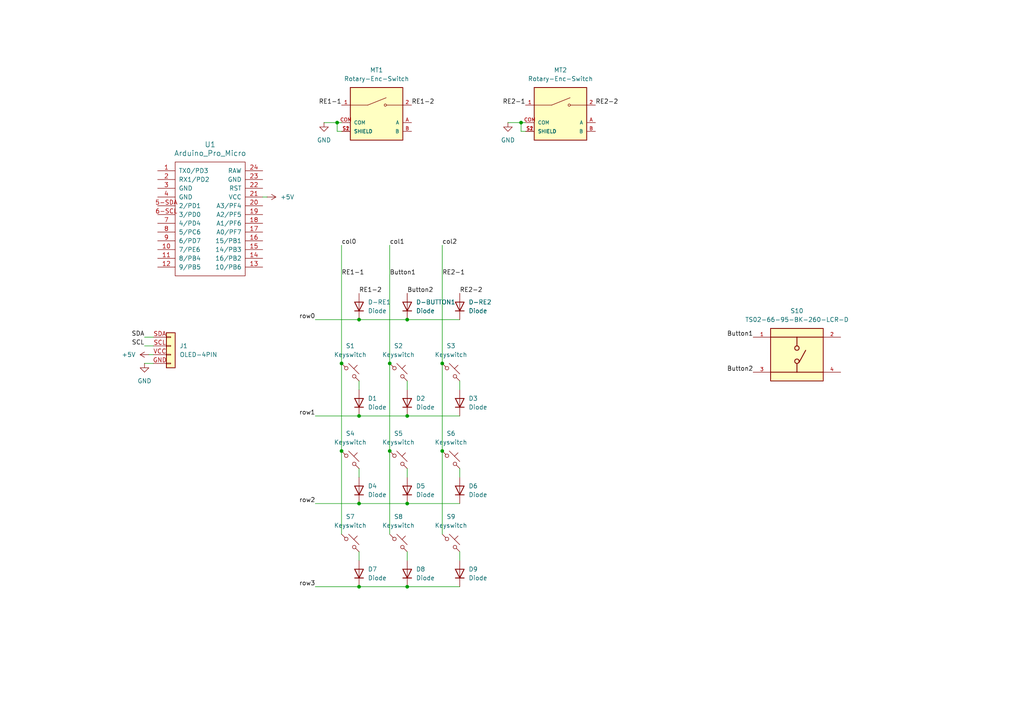
<source format=kicad_sch>
(kicad_sch (version 20250114) (generator "eeschema") (generator_version "9.0")
  (paper "A4")
  (lib_symbols
    (symbol "macropad:Diode-1N4148" (pin_numbers (hide yes)) (pin_names (hide yes))
      (property "Reference" "D" (at 0 2.54 0))
      (property "Value" "Diode" (at 0 -2.54 0))
      (symbol "Diode-1N4148_0_1"
        (polyline (pts (xy -1.27 1.27) (xy -1.27 -1.27)) (stroke (width 0.254)))
        (polyline (pts (xy 1.27 1.27) (xy 1.27 -1.27) (xy -1.27 0) (xy 1.27 1.27)) (stroke (width 0.254)))
        (polyline (pts (xy 1.27 0) (xy -1.27 0)))
      )
      (symbol "Diode-1N4148_1_1"
        (pin passive line (at -3.81 0 0) (length 2.54) (name "K") (number "1"))
        (pin passive line (at 3.81 0 180) (length 2.54) (name "A") (number "2"))
      )
    )
    (symbol "macropad:Keyswitch" (pin_numbers (hide yes)) (pin_names (offset 1.016) (hide yes))
      (property "Reference" "S" (at 3.048 1.016 0))
      (property "Value" "Keyswitch" (at 0 -3.81 0))
      (symbol "Keyswitch_0_1"
        (polyline (pts (xy -2.54 2.54) (xy -1.524 1.524) (xy -1.524 1.524)))
        (circle (center -1.1684 1.1684) (radius 0.508))
        (polyline (pts (xy -0.508 2.54) (xy 2.54 -0.508)))
        (polyline (pts (xy 1.016 1.016) (xy 2.032 2.032)))
        (circle (center 1.143 -1.1938) (radius 0.508))
        (polyline (pts (xy 1.524 -1.524) (xy 2.54 -2.54) (xy 2.54 -2.54) (xy 2.54 -2.54)))
        (pin passive line (at -2.54 2.54 0) (length 0) (name "1") (number "1"))
        (pin passive line (at 2.54 -2.54 180) (length 0) (name "2") (number "2"))
      )
    )
    (symbol "macropad:MCU_Pro_Micro" (pin_names (offset 1.016))
      (property "Reference" "U" (at 0 0 0))
      (property "Value" "Arduino_Pro_Micro" (at 0 -19.05 0))
      (symbol "MCU_Pro_Micro_0_1"
        (rectangle (start -10.16 16.51) (end 10.16 -16.51))
      )
      (symbol "MCU_Pro_Micro_1_1"
        (pin input line (at -15.24 13.97 0) (length 5.08) (name "TX0/PD3") (number "1"))
        (pin input line (at -15.24 11.43 0) (length 5.08) (name "RX1/PD2") (number "2"))
        (pin input line (at -15.24 8.89 0) (length 5.08) (name "GND") (number "3"))
        (pin input line (at -15.24 6.35 0) (length 5.08) (name "GND") (number "4"))
        (pin input line (at -15.24 3.81 0) (length 5.08) (name "2/PD1") (number "5-SDA"))
        (pin input line (at -15.24 1.27 0) (length 5.08) (name "3/PD0") (number "6-SCL"))
        (pin input line (at -15.24 -1.27 0) (length 5.08) (name "4/PD4") (number "7"))
        (pin input line (at -15.24 -3.81 0) (length 5.08) (name "5/PC6") (number "8"))
        (pin input line (at -15.24 -6.35 0) (length 5.08) (name "6/PD7") (number "9"))
        (pin input line (at -15.24 -8.89 0) (length 5.08) (name "7/PE6") (number "10"))
        (pin input line (at -15.24 -11.43 0) (length 5.08) (name "8/PB4") (number "11"))
        (pin input line (at -15.24 -13.97 0) (length 5.08) (name "9/PB5") (number "12"))
        (pin input line (at 15.24 13.97 180) (length 5.08) (name "RAW") (number "24"))
        (pin input line (at 15.24 11.43 180) (length 5.08) (name "GND") (number "23"))
        (pin input line (at 15.24 8.89 180) (length 5.08) (name "RST") (number "22"))
        (pin input line (at 15.24 6.35 180) (length 5.08) (name "VCC") (number "21"))
        (pin input line (at 15.24 3.81 180) (length 5.08) (name "A3/PF4") (number "20"))
        (pin input line (at 15.24 1.27 180) (length 5.08) (name "A2/PF5") (number "19"))
        (pin input line (at 15.24 -1.27 180) (length 5.08) (name "A1/PF6") (number "18"))
        (pin input line (at 15.24 -3.81 180) (length 5.08) (name "A0/PF7") (number "17"))
        (pin input line (at 15.24 -6.35 180) (length 5.08) (name "15/PB1") (number "16"))
        (pin input line (at 15.24 -8.89 180) (length 5.08) (name "14/PB3") (number "15"))
        (pin input line (at 15.24 -11.43 180) (length 5.08) (name "16/PB2") (number "14"))
        (pin input line (at 15.24 -13.97 180) (length 5.08) (name "10/PB6") (number "13"))
      )
    )
    (symbol "macropad:OLED-4PIN" (pin_names (offset 1.016) (hide yes))
      (property "Reference" "J" (at 0 5.08 0))
      (property "Value" "OLED-4PIN" (at 0 -7.62 0))
      (symbol "OLED-4PIN_1_1"
        (rectangle (start -1.27 3.81) (end 1.27 -6.35) (stroke (width 0.254)) (fill (type background)))
        (rectangle (start -1.27 2.667) (end 0 2.413) (stroke (width 0.1524)))
        (rectangle (start -1.27 0.127) (end 0 -0.127) (stroke (width 0.1524)))
        (rectangle (start -1.27 -2.413) (end 0 -2.667) (stroke (width 0.1524)))
        (rectangle (start -1.27 -4.953) (end 0 -5.207) (stroke (width 0.1524)))
        (pin bidirectional line (at -5.08 2.54 0) (length 3.81) (name "SDA") (number "SDA"))
        (pin bidirectional line (at -5.08 0 0) (length 3.81) (name "SCL") (number "SCL"))
        (pin power_in line (at -5.08 -2.54 0) (length 3.81) (name "VCC") (number "VCC"))
        (pin power_in line (at -5.08 -5.08 0) (length 3.81) (name "GND") (number "GND"))
      )
    )
    (symbol "macropad:Rotary-Enc-Switch" (pin_names (offset 1.016))
      (property "Reference" "MT" (at -7.62 8.89 0))
      (property "Value" "Rotary-Enc-Switch" (at -7.62 -8.89 0))
      (symbol "Rotary-Enc-Switch_0_0"
        (rectangle (start -7.62 -7.62) (end 7.62 7.62) (stroke (width 0.254)) (fill (type background)))
        (polyline (pts (xy -2.54 2.54) (xy -7.62 2.54)) (stroke (width 0.1524)))
        (polyline (pts (xy -2.54 2.54) (xy 2.794 4.6736)) (stroke (width 0.1524)))
        (circle (center 2.54 2.54) (radius 0.3302) (stroke (width 0.1524)))
        (polyline (pts (xy 7.62 2.54) (xy 2.921 2.54)) (stroke (width 0.1524)))
        (pin passive line (at -10.16 2.54 0) (length 2.54) (name "~") (number "1"))
        (pin passive line (at -10.16 -2.54 0) (length 2.54) (name "COM") (number "COM"))
        (pin passive line (at -10.16 -5.08 0) (length 2.54) (name "SHIELD") (number "S1"))
        (pin passive line (at -10.16 -5.08 0) (length 2.54) (name "SHIELD") (number "S2"))
        (pin passive line (at 10.16 2.54 180) (length 2.54) (name "~") (number "2"))
        (pin passive line (at 10.16 -2.54 180) (length 2.54) (name "A") (number "A"))
        (pin passive line (at 10.16 -5.08 180) (length 2.54) (name "B") (number "B"))
      )
    )
    (symbol "macropad:TS02-66-95-BK-260-LCR-D" (pin_names (offset 1.016))
      (property "Reference" "S" (at -7.62 8.382 0))
      (property "Value" "TS02-66-95-BK-260-LCR-D" (at -7.62 -8.382 0))
      (symbol "TS02-66-95-BK-260-LCR-D_0_0"
        (rectangle (start -7.62 -7.62) (end 7.62 7.62) (stroke (width 0.254)) (fill (type background)))
        (polyline (pts (xy 0 5.08) (xy -7.62 5.08)) (stroke (width 0.254)))
        (polyline (pts (xy 0 5.08) (xy 0 2.54)) (stroke (width 0.254)))
        (polyline (pts (xy 0 5.08) (xy 7.62 5.08)) (stroke (width 0.254)))
        (circle (center 0 1.905) (radius 0.635) (stroke (width 0.254)))
        (circle (center 0 -1.905) (radius 0.635) (stroke (width 0.254)))
        (polyline (pts (xy 0 -2.54) (xy 0 -5.08)) (stroke (width 0.254)))
        (polyline (pts (xy 0 -5.08) (xy -7.62 -5.08)) (stroke (width 0.254)))
        (polyline (pts (xy 0 -5.08) (xy 7.62 -5.08)) (stroke (width 0.254)))
        (polyline (pts (xy 0.635 -2.2225) (xy 2.54 1.27)) (stroke (width 0.254)))
        (pin passive line (at -12.7 5.08 0) (length 5.08) (name "~") (number "1"))
        (pin passive line (at -12.7 -5.08 0) (length 5.08) (name "~") (number "3"))
        (pin passive line (at 12.7 5.08 180) (length 5.08) (name "~") (number "2"))
        (pin passive line (at 12.7 -5.08 180) (length 5.08) (name "~") (number "4"))
      )
    )
    (symbol "power:+5V" (power) (pin_numbers (hide yes)) (pin_names (offset 0) (hide yes))
      (property "Value" "+5V" (at 0 3.556 0))
      (symbol "+5V_0_1"
        (polyline (pts (xy -0.762 1.27) (xy 0 2.54)))
        (polyline (pts (xy 0 2.54) (xy 0.762 1.27)))
        (polyline (pts (xy 0 0) (xy 0 2.54)))
      )
      (symbol "+5V_1_1"
        (pin power_in line (at 0 0 90) (length 0) (name "~") (number "1"))
      )
    )
    (symbol "power:GND" (power) (pin_numbers (hide yes)) (pin_names (offset 0) (hide yes))
      (property "Value" "GND" (at 0 -3.81 0))
      (symbol "GND_0_1"
        (polyline (pts (xy 0 0) (xy 0 -1.27) (xy 1.27 -1.27) (xy 0 -2.54) (xy -1.27 -1.27) (xy 0 -1.27)))
      )
      (symbol "GND_1_1"
        (pin power_in line (at 0 0 270) (length 0) (name "~") (number "1"))
      )
    )
  )
  (junction (at 118.11 120.65))
  (junction (at 118.11 92.71))
  (junction (at 118.11 146.05))
  (junction (at 113.03 130.81))
  (junction (at 99.06 105.41))
  (junction (at 113.03 105.41))
  (junction (at 104.14 170.18))
  (junction (at 104.14 120.65))
  (junction (at 151.13 35.56))
  (junction (at 104.14 92.71))
  (junction (at 118.11 170.18))
  (junction (at 97.79 35.56))
  (junction (at 99.06 130.81))
  (junction (at 128.27 105.41))
  (junction (at 104.14 146.05))
  (junction (at 128.27 130.81))
  (wire (pts (xy 91.44 120.65) (xy 104.14 120.65)))
  (wire (pts (xy 41.91 100.33) (xy 44.45 100.33)))
  (wire (pts (xy 76.2 57.15) (xy 77.47 57.15)))
  (wire (pts (xy 99.06 130.81) (xy 99.06 154.94)))
  (wire (pts (xy 104.14 135.89) (xy 104.14 138.43)))
  (wire (pts (xy 104.14 110.49) (xy 104.14 113.03)))
  (wire (pts (xy 118.11 160.02) (xy 118.11 162.56)))
  (wire (pts (xy 151.13 38.1) (xy 151.13 35.56)))
  (wire (pts (xy 118.11 110.49) (xy 118.11 113.03)))
  (wire (pts (xy 41.91 105.41) (xy 44.45 105.41)))
  (wire (pts (xy 118.11 92.71) (xy 133.35 92.71)))
  (wire (pts (xy 113.03 71.12) (xy 113.03 105.41)))
  (wire (pts (xy 97.79 38.1) (xy 97.79 35.56)))
  (wire (pts (xy 99.06 105.41) (xy 99.06 130.81)))
  (wire (pts (xy 118.11 146.05) (xy 133.35 146.05)))
  (wire (pts (xy 118.11 135.89) (xy 118.11 138.43)))
  (wire (pts (xy 41.91 97.79) (xy 44.45 97.79)))
  (wire (pts (xy 147.32 35.56) (xy 151.13 35.56)))
  (wire (pts (xy 133.35 110.49) (xy 133.35 113.03)))
  (wire (pts (xy 104.14 92.71) (xy 118.11 92.71)))
  (wire (pts (xy 128.27 105.41) (xy 128.27 130.81)))
  (wire (pts (xy 91.44 146.05) (xy 104.14 146.05)))
  (wire (pts (xy 113.03 105.41) (xy 113.03 130.81)))
  (wire (pts (xy 91.44 92.71) (xy 104.14 92.71)))
  (wire (pts (xy 104.14 160.02) (xy 104.14 162.56)))
  (wire (pts (xy 133.35 160.02) (xy 133.35 162.56)))
  (wire (pts (xy 118.11 170.18) (xy 133.35 170.18)))
  (wire (pts (xy 97.79 35.56) (xy 99.06 35.56)))
  (wire (pts (xy 104.14 170.18) (xy 118.11 170.18)))
  (wire (pts (xy 152.4 38.1) (xy 151.13 38.1)))
  (wire (pts (xy 104.14 146.05) (xy 118.11 146.05)))
  (wire (pts (xy 44.45 102.87) (xy 43.18 102.87)))
  (wire (pts (xy 133.35 135.89) (xy 133.35 138.43)))
  (wire (pts (xy 104.14 120.65) (xy 118.11 120.65)))
  (wire (pts (xy 93.98 35.56) (xy 97.79 35.56)))
  (wire (pts (xy 99.06 71.12) (xy 99.06 105.41)))
  (wire (pts (xy 118.11 120.65) (xy 133.35 120.65)))
  (wire (pts (xy 113.03 130.81) (xy 113.03 154.94)))
  (wire (pts (xy 128.27 130.81) (xy 128.27 154.94)))
  (wire (pts (xy 128.27 71.12) (xy 128.27 105.41)))
  (wire (pts (xy 97.79 38.1) (xy 99.06 38.1)))
  (wire (pts (xy 91.44 170.18) (xy 104.14 170.18)))
  (wire (pts (xy 151.13 35.56) (xy 152.4 35.56)))
  (label "RE2-1" (at 128.27 80.01 0))
  (label "row1" (at 91.44 120.65 180))
  (label "RE2-2" (at 133.35 85.09 0))
  (label "row0" (at 91.44 92.71 180))
  (label "RE1-1" (at 99.06 30.48 180))
  (label "row3" (at 91.44 170.18 180))
  (label "col0" (at 99.06 71.12 0))
  (label "col1" (at 113.03 71.12 0))
  (label "RE2-2" (at 172.72 30.48 0))
  (label "Button2" (at 218.44 107.95 180))
  (label "RE1-2" (at 119.38 30.48 0))
  (label "RE2-1" (at 152.4 30.48 180))
  (label "RE1-1" (at 99.06 80.01 0))
  (label "Button2" (at 118.11 85.09 0))
  (label "Button1" (at 218.44 97.79 180))
  (label "row2" (at 91.44 146.05 180))
  (label "Button1" (at 113.03 80.01 0))
  (label "SCL" (at 41.91 100.33 180))
  (label "col2" (at 128.27 71.12 0))
  (label "RE1-2" (at 104.14 85.09 0))
  (label "SDA" (at 41.91 97.79 180))
  (symbol (lib_id "macropad:Diode-1N4148") (at 118.11 116.84 90) (unit 1)
    (property "Reference" "D2" (at 120.65 115.5699 90) (effects (justify right)))
    (property "Value" "Diode" (at 120.65 118.1099 90) (effects (justify right)))
    (property "Footprint" "Diode_THT:D_DO-41_SOD81_P10.16mm_Horizontal" (effects (hide yes)))
    (property "Datasheet" "http://www.vishay.com/docs/88503/1n4001.pdf" (effects (hide yes)))
    (property "Description" "50V 1A General Purpose Rectifier Diode, DO-41" (effects (hide yes)))
    (property "Sim.Device" "D" (effects (hide yes)))
    (property "Sim.Pins" "1=K 2=A" (effects (hide yes)))
  )
  (symbol (lib_id "macropad:Diode-1N4148") (at 133.35 142.24 90) (unit 1)
    (property "Reference" "D6" (at 135.89 140.9699 90) (effects (justify right)))
    (property "Value" "Diode" (at 135.89 143.5099 90) (effects (justify right)))
    (property "Footprint" "Diode_THT:D_DO-41_SOD81_P10.16mm_Horizontal" (effects (hide yes)))
    (property "Datasheet" "http://www.vishay.com/docs/88503/1n4001.pdf" (effects (hide yes)))
    (property "Description" "50V 1A General Purpose Rectifier Diode, DO-41" (effects (hide yes)))
    (property "Sim.Device" "D" (effects (hide yes)))
    (property "Sim.Pins" "1=K 2=A" (effects (hide yes)))
  )
  (symbol (lib_id "macropad:Diode-1N4148") (at 118.11 142.24 90) (unit 1)
    (property "Reference" "D5" (at 120.65 140.9699 90) (effects (justify right)))
    (property "Value" "Diode" (at 120.65 143.5099 90) (effects (justify right)))
    (property "Footprint" "Diode_THT:D_DO-41_SOD81_P10.16mm_Horizontal" (effects (hide yes)))
    (property "Datasheet" "http://www.vishay.com/docs/88503/1n4001.pdf" (effects (hide yes)))
    (property "Description" "50V 1A General Purpose Rectifier Diode, DO-41" (effects (hide yes)))
    (property "Sim.Device" "D" (effects (hide yes)))
    (property "Sim.Pins" "1=K 2=A" (effects (hide yes)))
  )
  (symbol (lib_id "macropad:Diode-1N4148") (at 133.35 88.9 90) (unit 1)
    (property "Reference" "D-RE2" (at 135.89 87.6299 90) (effects (justify right)))
    (property "Value" "Diode" (at 135.89 90.1699 90) (effects (justify right)))
    (property "Footprint" "Diode_THT:D_DO-41_SOD81_P10.16mm_Horizontal" (effects (hide yes)))
    (property "Datasheet" "http://www.vishay.com/docs/88503/1n4001.pdf" (effects (hide yes)))
    (property "Description" "50V 1A General Purpose Rectifier Diode, DO-41" (effects (hide yes)))
    (property "Sim.Device" "D" (effects (hide yes)))
    (property "Sim.Pins" "1=K 2=A" (effects (hide yes)))
  )
  (symbol (lib_id "macropad:Keyswitch") (at 101.6 157.48 0) (unit 1)
    (property "Reference" "S7" (at 101.6 149.86 0))
    (property "Value" "Keyswitch" (at 101.6 152.4 0))
    (property "Footprint" "macropad:MX_PCB_1.00u" (effects (hide yes)))
    (property "Description" "Push button switch, normally open, two pins, 45° tilted" (effects (hide yes)))
  )
  (symbol (lib_id "macropad:Diode-1N4148") (at 118.11 166.37 90) (unit 1)
    (property "Reference" "D8" (at 120.65 165.0999 90) (effects (justify right)))
    (property "Value" "Diode" (at 120.65 167.6399 90) (effects (justify right)))
    (property "Footprint" "Diode_THT:D_DO-41_SOD81_P10.16mm_Horizontal" (effects (hide yes)))
    (property "Datasheet" "http://www.vishay.com/docs/88503/1n4001.pdf" (effects (hide yes)))
    (property "Description" "50V 1A General Purpose Rectifier Diode, DO-41" (effects (hide yes)))
    (property "Sim.Device" "D" (effects (hide yes)))
    (property "Sim.Pins" "1=K 2=A" (effects (hide yes)))
  )
  (symbol (lib_id "power:+5V") (at 43.18 102.87 90) (unit 1)
    (property "Reference" "#PWR01" (effects (hide yes)))
    (property "Value" "+5V" (at 39.37 102.8701 90) (effects (justify left)))
    (property "Description" "Power symbol creates a global label with name \"+5V\"" (effects (hide yes)))
  )
  (symbol (lib_id "macropad:Keyswitch") (at 130.81 107.95 0) (unit 1)
    (property "Reference" "S3" (at 130.81 100.33 0))
    (property "Value" "Keyswitch" (at 130.81 102.87 0))
    (property "Footprint" "macropad:MX_PCB_1.00u" (effects (hide yes)))
    (property "Description" "Push button switch, normally open, two pins, 45° tilted" (effects (hide yes)))
  )
  (symbol (lib_id "macropad:Keyswitch") (at 101.6 133.35 0) (unit 1)
    (property "Reference" "S4" (at 101.6 125.73 0))
    (property "Value" "Keyswitch" (at 101.6 128.27 0))
    (property "Footprint" "macropad:MX_PCB_1.00u" (effects (hide yes)))
    (property "Description" "Push button switch, normally open, two pins, 45° tilted" (effects (hide yes)))
  )
  (symbol (lib_id "macropad:Keyswitch") (at 130.81 157.48 0) (unit 1)
    (property "Reference" "S9" (at 130.81 149.86 0))
    (property "Value" "Keyswitch" (at 130.81 152.4 0))
    (property "Footprint" "macropad:MX_PCB_1.00u" (effects (hide yes)))
    (property "Description" "Push button switch, normally open, two pins, 45° tilted" (effects (hide yes)))
  )
  (symbol (lib_id "macropad:Keyswitch") (at 115.57 157.48 0) (unit 1)
    (property "Reference" "S8" (at 115.57 149.86 0))
    (property "Value" "Keyswitch" (at 115.57 152.4 0))
    (property "Footprint" "macropad:MX_PCB_1.00u" (effects (hide yes)))
    (property "Description" "Push button switch, normally open, two pins, 45° tilted" (effects (hide yes)))
  )
  (symbol (lib_id "macropad:Diode-1N4148") (at 104.14 166.37 90) (unit 1)
    (property "Reference" "D7" (at 106.68 165.0999 90) (effects (justify right)))
    (property "Value" "Diode" (at 106.68 167.6399 90) (effects (justify right)))
    (property "Footprint" "Diode_THT:D_DO-41_SOD81_P10.16mm_Horizontal" (effects (hide yes)))
    (property "Datasheet" "http://www.vishay.com/docs/88503/1n4001.pdf" (effects (hide yes)))
    (property "Description" "50V 1A General Purpose Rectifier Diode, DO-41" (effects (hide yes)))
    (property "Sim.Device" "D" (effects (hide yes)))
    (property "Sim.Pins" "1=K 2=A" (effects (hide yes)))
  )
  (symbol (lib_id "macropad:MCU_Pro_Micro") (at 60.96 63.5 0) (unit 1)
    (property "Reference" "U1" (at 60.96 41.91 0) (effects (font (size 1.524 1.524))))
    (property "Value" "Arduino_Pro_Micro" (at 60.96 44.45 0) (effects (font (size 1.524 1.524))))
    (property "Footprint" "macropad:Arduino_Pro_Micro" (effects (hide yes)))
  )
  (symbol (lib_id "macropad:Diode-1N4148") (at 133.35 116.84 90) (unit 1)
    (property "Reference" "D3" (at 135.89 115.5699 90) (effects (justify right)))
    (property "Value" "Diode" (at 135.89 118.1099 90) (effects (justify right)))
    (property "Footprint" "Diode_THT:D_DO-41_SOD81_P10.16mm_Horizontal" (effects (hide yes)))
    (property "Datasheet" "http://www.vishay.com/docs/88503/1n4001.pdf" (effects (hide yes)))
    (property "Description" "50V 1A General Purpose Rectifier Diode, DO-41" (effects (hide yes)))
    (property "Sim.Device" "D" (effects (hide yes)))
    (property "Sim.Pins" "1=K 2=A" (effects (hide yes)))
  )
  (symbol (lib_id "macropad:Keyswitch") (at 115.57 107.95 0) (unit 1)
    (property "Reference" "S2" (at 115.57 100.33 0))
    (property "Value" "Keyswitch" (at 115.57 102.87 0))
    (property "Footprint" "macropad:MX_PCB_1.00u" (effects (hide yes)))
    (property "Description" "Push button switch, normally open, two pins, 45° tilted" (effects (hide yes)))
  )
  (symbol (lib_id "macropad:Keyswitch") (at 115.57 133.35 0) (unit 1)
    (property "Reference" "S5" (at 115.57 125.73 0))
    (property "Value" "Keyswitch" (at 115.57 128.27 0))
    (property "Footprint" "macropad:MX_PCB_1.00u" (effects (hide yes)))
    (property "Description" "Push button switch, normally open, two pins, 45° tilted" (effects (hide yes)))
  )
  (symbol (lib_id "macropad:Rotary-Enc-Switch") (at 109.22 33.02 0) (unit 1)
    (property "Reference" "MT1" (at 109.22 20.32 0))
    (property "Value" "Rotary-Enc-Switch" (at 109.22 22.86 0))
    (property "Footprint" "macropad:XDCR_PEC11R-4215F-S0024" (effects (hide yes)))
    (property "MF" "Bourns Electronics" (effects (hide yes)))
    (property "MAXIMUM_PACKAGE_HEIGHT" "21.5 mm" (effects (hide yes)))
    (property "Package" "None" (effects (hide yes)))
    (property "Price" "None" (effects (hide yes)))
    (property "Check_prices" "https://www.snapeda.com/parts/PEC11R4215FS0024/Bourns/view-part/?ref=eda" (effects (hide yes)))
    (property "STANDARD" "Manufacturer Recommendations" (effects (hide yes)))
    (property "PARTREV" "Rev. 09/19" (effects (hide yes)))
    (property "SnapEDA_Link" "https://www.snapeda.com/parts/PEC11R4215FS0024/Bourns/view-part/?ref=snap" (effects (hide yes)))
    (property "MP" "PEC11R4215FS0024" (effects (hide yes)))
    (property "Description_1" "Mechanical Encoder Rotary Incremental Flat 0.007 Straight Quadrature Digital Square Wave 24PPR Through Hole PC Pin" (effects (hide yes)))
    (property "Availability" "In Stock" (effects (hide yes)))
    (property "MANUFACTURER" "J.W.Miller/Bourns" (effects (hide yes)))
  )
  (symbol (lib_id "macropad:Rotary-Enc-Switch") (at 162.56 33.02 0) (unit 1)
    (property "Reference" "MT2" (at 162.56 20.32 0))
    (property "Value" "Rotary-Enc-Switch" (at 162.56 22.86 0))
    (property "Footprint" "macropad:XDCR_PEC11R-4215F-S0024" (effects (hide yes)))
    (property "MF" "Bourns Electronics" (effects (hide yes)))
    (property "MAXIMUM_PACKAGE_HEIGHT" "21.5 mm" (effects (hide yes)))
    (property "Package" "None" (effects (hide yes)))
    (property "Price" "None" (effects (hide yes)))
    (property "Check_prices" "https://www.snapeda.com/parts/PEC11R4215FS0024/Bourns/view-part/?ref=eda" (effects (hide yes)))
    (property "STANDARD" "Manufacturer Recommendations" (effects (hide yes)))
    (property "PARTREV" "Rev. 09/19" (effects (hide yes)))
    (property "SnapEDA_Link" "https://www.snapeda.com/parts/PEC11R4215FS0024/Bourns/view-part/?ref=snap" (effects (hide yes)))
    (property "MP" "PEC11R4215FS0024" (effects (hide yes)))
    (property "Description_1" "Mechanical Encoder Rotary Incremental Flat 0.007 Straight Quadrature Digital Square Wave 24PPR Through Hole PC Pin" (effects (hide yes)))
    (property "Availability" "In Stock" (effects (hide yes)))
    (property "MANUFACTURER" "J.W.Miller/Bourns" (effects (hide yes)))
  )
  (symbol (lib_id "power:GND") (at 41.91 105.41 0) (unit 1)
    (property "Reference" "#PWR02" (effects (hide yes)))
    (property "Value" "GND" (at 41.91 110.49 0))
    (property "Description" "Power symbol creates a global label with name \"GND\" , ground" (effects (hide yes)))
  )
  (symbol (lib_id "power:GND") (at 147.32 35.56 0) (unit 1)
    (property "Reference" "#PWR03" (effects (hide yes)))
    (property "Value" "GND" (at 147.32 40.64 0))
    (property "Description" "Power symbol creates a global label with name \"GND\" , ground" (effects (hide yes)))
  )
  (symbol (lib_id "macropad:OLED-4PIN") (at 49.53 100.33 0) (unit 1)
    (property "Reference" "J1" (at 52.07 100.3299 0) (effects (justify left)))
    (property "Value" "OLED-4PIN" (at 52.07 102.8699 0) (effects (justify left)))
    (property "Footprint" "macropad:OLED_128x32" (effects (hide yes)))
    (property "Description" "Generic connector, single row, 01x04, script generated (kicad-library-utils/schlib/autogen/connector/)" (effects (hide yes)))
  )
  (symbol (lib_id "macropad:Keyswitch") (at 130.81 133.35 0) (unit 1)
    (property "Reference" "S6" (at 130.81 125.73 0))
    (property "Value" "Keyswitch" (at 130.81 128.27 0))
    (property "Footprint" "macropad:MX_PCB_1.00u" (effects (hide yes)))
    (property "Description" "Push button switch, normally open, two pins, 45° tilted" (effects (hide yes)))
  )
  (symbol (lib_id "macropad:Diode-1N4148") (at 104.14 88.9 90) (unit 1)
    (property "Reference" "D-RE1" (at 106.68 87.6299 90) (effects (justify right)))
    (property "Value" "Diode" (at 106.68 90.1699 90) (effects (justify right)))
    (property "Footprint" "Diode_THT:D_DO-41_SOD81_P10.16mm_Horizontal" (effects (hide yes)))
    (property "Datasheet" "http://www.vishay.com/docs/88503/1n4001.pdf" (effects (hide yes)))
    (property "Description" "50V 1A General Purpose Rectifier Diode, DO-41" (effects (hide yes)))
    (property "Sim.Device" "D" (effects (hide yes)))
    (property "Sim.Pins" "1=K 2=A" (effects (hide yes)))
  )
  (symbol (lib_id "macropad:Keyswitch") (at 101.6 107.95 0) (unit 1)
    (property "Reference" "S1" (at 101.6 100.33 0))
    (property "Value" "Keyswitch" (at 101.6 102.87 0))
    (property "Footprint" "macropad:MX_PCB_1.00u" (effects (hide yes)))
    (property "Description" "Push button switch, normally open, two pins, 45° tilted" (effects (hide yes)))
  )
  (symbol (lib_id "power:GND") (at 93.98 35.56 0) (unit 1)
    (property "Reference" "#PWR05" (effects (hide yes)))
    (property "Value" "GND" (at 93.98 40.64 0))
    (property "Description" "Power symbol creates a global label with name \"GND\" , ground" (effects (hide yes)))
  )
  (symbol (lib_id "power:+5V") (at 77.47 57.15 270) (unit 1)
    (property "Reference" "#PWR04" (effects (hide yes)))
    (property "Value" "+5V" (at 81.28 57.1499 90) (effects (justify left)))
    (property "Description" "Power symbol creates a global label with name \"+5V\"" (effects (hide yes)))
  )
  (symbol (lib_id "macropad:Diode-1N4148") (at 104.14 116.84 90) (unit 1)
    (property "Reference" "D1" (at 106.68 115.5699 90) (effects (justify right)))
    (property "Value" "Diode" (at 106.68 118.1099 90) (effects (justify right)))
    (property "Footprint" "Diode_THT:D_DO-41_SOD81_P10.16mm_Horizontal" (effects (hide yes)))
    (property "Datasheet" "http://www.vishay.com/docs/88503/1n4001.pdf" (effects (hide yes)))
    (property "Description" "50V 1A General Purpose Rectifier Diode, DO-41" (effects (hide yes)))
    (property "Sim.Device" "D" (effects (hide yes)))
    (property "Sim.Pins" "1=K 2=A" (effects (hide yes)))
  )
  (symbol (lib_id "macropad:Diode-1N4148") (at 133.35 166.37 90) (unit 1)
    (property "Reference" "D9" (at 135.89 165.0999 90) (effects (justify right)))
    (property "Value" "Diode" (at 135.89 167.6399 90) (effects (justify right)))
    (property "Footprint" "Diode_THT:D_DO-41_SOD81_P10.16mm_Horizontal" (effects (hide yes)))
    (property "Datasheet" "http://www.vishay.com/docs/88503/1n4001.pdf" (effects (hide yes)))
    (property "Description" "50V 1A General Purpose Rectifier Diode, DO-41" (effects (hide yes)))
    (property "Sim.Device" "D" (effects (hide yes)))
    (property "Sim.Pins" "1=K 2=A" (effects (hide yes)))
  )
  (symbol (lib_id "macropad:Diode-1N4148") (at 118.11 88.9 90) (unit 1)
    (property "Reference" "D-BUTTON1" (at 120.65 87.6299 90) (effects (justify right)))
    (property "Value" "Diode" (at 120.65 90.1699 90) (effects (justify right)))
    (property "Footprint" "Diode_THT:D_DO-41_SOD81_P10.16mm_Horizontal" (effects (hide yes)))
    (property "Datasheet" "http://www.vishay.com/docs/88503/1n4001.pdf" (effects (hide yes)))
    (property "Description" "50V 1A General Purpose Rectifier Diode, DO-41" (effects (hide yes)))
    (property "Sim.Device" "D" (effects (hide yes)))
    (property "Sim.Pins" "1=K 2=A" (effects (hide yes)))
  )
  (symbol (lib_id "macropad:TS02-66-95-BK-260-LCR-D") (at 231.14 102.87 0) (unit 1)
    (property "Reference" "S10" (at 231.14 90.17 0))
    (property "Value" "TS02-66-95-BK-260-LCR-D" (at 231.14 92.71 0))
    (property "Footprint" "macropad:SW_TS02-66-95-BK-260-LCR-D" (effects (hide yes)))
    (property "MF" "Same Sky" (effects (hide yes)))
    (property "Description_1" "6 x 6 mm, 9.5 mm Actuator Height, 260 gf, Black, Long Crimped, Through Hole, SPST, Tactile Switch" (effects (hide yes)))
    (property "Package" "None" (effects (hide yes)))
    (property "Price" "None" (effects (hide yes)))
    (property "Check_prices" "https://www.snapeda.com/parts/TS02-66-95-BK-260-LCR-D/Same+Sky/view-part/?ref=eda" (effects (hide yes)))
    (property "STANDARD" "Manufacturer Recommendations" (effects (hide yes)))
    (property "PARTREV" "1.0" (effects (hide yes)))
    (property "SnapEDA_Link" "https://www.snapeda.com/parts/TS02-66-95-BK-260-LCR-D/Same+Sky/view-part/?ref=snap" (effects (hide yes)))
    (property "MP" "TS02-66-95-BK-260-LCR-D" (effects (hide yes)))
    (property "Availability" "In Stock" (effects (hide yes)))
    (property "MANUFACTURER" "CUI Devices" (effects (hide yes)))
  )
  (symbol (lib_id "macropad:Diode-1N4148") (at 104.14 142.24 90) (unit 1)
    (property "Reference" "D4" (at 106.68 140.9699 90) (effects (justify right)))
    (property "Value" "Diode" (at 106.68 143.5099 90) (effects (justify right)))
    (property "Footprint" "Diode_THT:D_DO-41_SOD81_P10.16mm_Horizontal" (effects (hide yes)))
    (property "Datasheet" "http://www.vishay.com/docs/88503/1n4001.pdf" (effects (hide yes)))
    (property "Description" "50V 1A General Purpose Rectifier Diode, DO-41" (effects (hide yes)))
    (property "Sim.Device" "D" (effects (hide yes)))
    (property "Sim.Pins" "1=K 2=A" (effects (hide yes)))
  )
)
</source>
